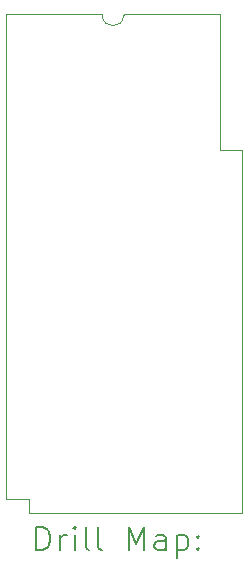
<source format=gbr>
%FSLAX45Y45*%
G04 Gerber Fmt 4.5, Leading zero omitted, Abs format (unit mm)*
G04 Created by KiCad (PCBNEW (6.0.1)) date 2022-02-10 14:07:41*
%MOMM*%
%LPD*%
G01*
G04 APERTURE LIST*
%TA.AperFunction,Profile*%
%ADD10C,0.050000*%
%TD*%
%ADD11C,0.200000*%
G04 APERTURE END LIST*
D10*
X15670000Y-8439000D02*
X15860500Y-8439000D01*
X13863000Y-11395000D02*
X13863000Y-7290000D01*
X14053500Y-11395000D02*
X13863000Y-11395000D01*
X14856500Y-7298500D02*
X14856500Y-7290000D01*
X14676500Y-7298500D02*
G75*
G03*
X14856500Y-7298500I90000J0D01*
G01*
X15670000Y-7290000D02*
X15670000Y-8439000D01*
X15860500Y-8439000D02*
X15860500Y-11516000D01*
X14676500Y-7290000D02*
X14676500Y-7298500D01*
X14856500Y-7290000D02*
X15670000Y-7290000D01*
X15860500Y-11516000D02*
X14053500Y-11516000D01*
X13863000Y-7290000D02*
X14676500Y-7290000D01*
X14053500Y-11516000D02*
X14053500Y-11395000D01*
D11*
X14118119Y-11828976D02*
X14118119Y-11628976D01*
X14165738Y-11628976D01*
X14194309Y-11638500D01*
X14213357Y-11657548D01*
X14222881Y-11676595D01*
X14232405Y-11714690D01*
X14232405Y-11743262D01*
X14222881Y-11781357D01*
X14213357Y-11800405D01*
X14194309Y-11819452D01*
X14165738Y-11828976D01*
X14118119Y-11828976D01*
X14318119Y-11828976D02*
X14318119Y-11695643D01*
X14318119Y-11733738D02*
X14327643Y-11714690D01*
X14337167Y-11705167D01*
X14356214Y-11695643D01*
X14375262Y-11695643D01*
X14441928Y-11828976D02*
X14441928Y-11695643D01*
X14441928Y-11628976D02*
X14432405Y-11638500D01*
X14441928Y-11648024D01*
X14451452Y-11638500D01*
X14441928Y-11628976D01*
X14441928Y-11648024D01*
X14565738Y-11828976D02*
X14546690Y-11819452D01*
X14537167Y-11800405D01*
X14537167Y-11628976D01*
X14670500Y-11828976D02*
X14651452Y-11819452D01*
X14641928Y-11800405D01*
X14641928Y-11628976D01*
X14899071Y-11828976D02*
X14899071Y-11628976D01*
X14965738Y-11771833D01*
X15032405Y-11628976D01*
X15032405Y-11828976D01*
X15213357Y-11828976D02*
X15213357Y-11724214D01*
X15203833Y-11705167D01*
X15184786Y-11695643D01*
X15146690Y-11695643D01*
X15127643Y-11705167D01*
X15213357Y-11819452D02*
X15194309Y-11828976D01*
X15146690Y-11828976D01*
X15127643Y-11819452D01*
X15118119Y-11800405D01*
X15118119Y-11781357D01*
X15127643Y-11762309D01*
X15146690Y-11752786D01*
X15194309Y-11752786D01*
X15213357Y-11743262D01*
X15308595Y-11695643D02*
X15308595Y-11895643D01*
X15308595Y-11705167D02*
X15327643Y-11695643D01*
X15365738Y-11695643D01*
X15384786Y-11705167D01*
X15394309Y-11714690D01*
X15403833Y-11733738D01*
X15403833Y-11790881D01*
X15394309Y-11809928D01*
X15384786Y-11819452D01*
X15365738Y-11828976D01*
X15327643Y-11828976D01*
X15308595Y-11819452D01*
X15489548Y-11809928D02*
X15499071Y-11819452D01*
X15489548Y-11828976D01*
X15480024Y-11819452D01*
X15489548Y-11809928D01*
X15489548Y-11828976D01*
X15489548Y-11705167D02*
X15499071Y-11714690D01*
X15489548Y-11724214D01*
X15480024Y-11714690D01*
X15489548Y-11705167D01*
X15489548Y-11724214D01*
M02*

</source>
